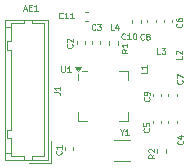
<source format=gbr>
%TF.GenerationSoftware,KiCad,Pcbnew,9.0.0*%
%TF.CreationDate,2025-03-18T12:57:55-04:00*%
%TF.ProjectId,Tarea_1_Modulo_NRF24L01,54617265-615f-4315-9f4d-6f64756c6f5f,rev?*%
%TF.SameCoordinates,Original*%
%TF.FileFunction,Legend,Top*%
%TF.FilePolarity,Positive*%
%FSLAX46Y46*%
G04 Gerber Fmt 4.6, Leading zero omitted, Abs format (unit mm)*
G04 Created by KiCad (PCBNEW 9.0.0) date 2025-03-18 12:57:55*
%MOMM*%
%LPD*%
G01*
G04 APERTURE LIST*
%ADD10C,0.125000*%
%ADD11C,0.120000*%
G04 APERTURE END LIST*
D10*
X147627190Y-67708333D02*
X147651000Y-67732142D01*
X147651000Y-67732142D02*
X147674809Y-67803571D01*
X147674809Y-67803571D02*
X147674809Y-67851190D01*
X147674809Y-67851190D02*
X147651000Y-67922618D01*
X147651000Y-67922618D02*
X147603380Y-67970237D01*
X147603380Y-67970237D02*
X147555761Y-67994047D01*
X147555761Y-67994047D02*
X147460523Y-68017856D01*
X147460523Y-68017856D02*
X147389095Y-68017856D01*
X147389095Y-68017856D02*
X147293857Y-67994047D01*
X147293857Y-67994047D02*
X147246238Y-67970237D01*
X147246238Y-67970237D02*
X147198619Y-67922618D01*
X147198619Y-67922618D02*
X147174809Y-67851190D01*
X147174809Y-67851190D02*
X147174809Y-67803571D01*
X147174809Y-67803571D02*
X147198619Y-67732142D01*
X147198619Y-67732142D02*
X147222428Y-67708333D01*
X147341476Y-67279761D02*
X147674809Y-67279761D01*
X147151000Y-67398809D02*
X147508142Y-67517856D01*
X147508142Y-67517856D02*
X147508142Y-67208333D01*
X144574809Y-61748333D02*
X144574809Y-61986428D01*
X144574809Y-61986428D02*
X144074809Y-61986428D01*
X144574809Y-61319761D02*
X144574809Y-61605475D01*
X144574809Y-61462618D02*
X144074809Y-61462618D01*
X144074809Y-61462618D02*
X144146238Y-61510237D01*
X144146238Y-61510237D02*
X144193857Y-61557856D01*
X144193857Y-61557856D02*
X144217666Y-61605475D01*
X136724809Y-63616666D02*
X137081952Y-63616666D01*
X137081952Y-63616666D02*
X137153380Y-63640475D01*
X137153380Y-63640475D02*
X137201000Y-63688094D01*
X137201000Y-63688094D02*
X137224809Y-63759523D01*
X137224809Y-63759523D02*
X137224809Y-63807142D01*
X137224809Y-63116666D02*
X137224809Y-63402380D01*
X137224809Y-63259523D02*
X136724809Y-63259523D01*
X136724809Y-63259523D02*
X136796238Y-63307142D01*
X136796238Y-63307142D02*
X136843857Y-63354761D01*
X136843857Y-63354761D02*
X136867666Y-63402380D01*
X147577190Y-62583333D02*
X147601000Y-62607142D01*
X147601000Y-62607142D02*
X147624809Y-62678571D01*
X147624809Y-62678571D02*
X147624809Y-62726190D01*
X147624809Y-62726190D02*
X147601000Y-62797618D01*
X147601000Y-62797618D02*
X147553380Y-62845237D01*
X147553380Y-62845237D02*
X147505761Y-62869047D01*
X147505761Y-62869047D02*
X147410523Y-62892856D01*
X147410523Y-62892856D02*
X147339095Y-62892856D01*
X147339095Y-62892856D02*
X147243857Y-62869047D01*
X147243857Y-62869047D02*
X147196238Y-62845237D01*
X147196238Y-62845237D02*
X147148619Y-62797618D01*
X147148619Y-62797618D02*
X147124809Y-62726190D01*
X147124809Y-62726190D02*
X147124809Y-62678571D01*
X147124809Y-62678571D02*
X147148619Y-62607142D01*
X147148619Y-62607142D02*
X147172428Y-62583333D01*
X147124809Y-62416666D02*
X147124809Y-62083333D01*
X147124809Y-62083333D02*
X147624809Y-62297618D01*
X144752190Y-66658333D02*
X144776000Y-66682142D01*
X144776000Y-66682142D02*
X144799809Y-66753571D01*
X144799809Y-66753571D02*
X144799809Y-66801190D01*
X144799809Y-66801190D02*
X144776000Y-66872618D01*
X144776000Y-66872618D02*
X144728380Y-66920237D01*
X144728380Y-66920237D02*
X144680761Y-66944047D01*
X144680761Y-66944047D02*
X144585523Y-66967856D01*
X144585523Y-66967856D02*
X144514095Y-66967856D01*
X144514095Y-66967856D02*
X144418857Y-66944047D01*
X144418857Y-66944047D02*
X144371238Y-66920237D01*
X144371238Y-66920237D02*
X144323619Y-66872618D01*
X144323619Y-66872618D02*
X144299809Y-66801190D01*
X144299809Y-66801190D02*
X144299809Y-66753571D01*
X144299809Y-66753571D02*
X144323619Y-66682142D01*
X144323619Y-66682142D02*
X144347428Y-66658333D01*
X144299809Y-66205952D02*
X144299809Y-66444047D01*
X144299809Y-66444047D02*
X144537904Y-66467856D01*
X144537904Y-66467856D02*
X144514095Y-66444047D01*
X144514095Y-66444047D02*
X144490285Y-66396428D01*
X144490285Y-66396428D02*
X144490285Y-66277380D01*
X144490285Y-66277380D02*
X144514095Y-66229761D01*
X144514095Y-66229761D02*
X144537904Y-66205952D01*
X144537904Y-66205952D02*
X144585523Y-66182142D01*
X144585523Y-66182142D02*
X144704571Y-66182142D01*
X144704571Y-66182142D02*
X144752190Y-66205952D01*
X144752190Y-66205952D02*
X144776000Y-66229761D01*
X144776000Y-66229761D02*
X144799809Y-66277380D01*
X144799809Y-66277380D02*
X144799809Y-66396428D01*
X144799809Y-66396428D02*
X144776000Y-66444047D01*
X144776000Y-66444047D02*
X144752190Y-66467856D01*
X137327190Y-68558333D02*
X137351000Y-68582142D01*
X137351000Y-68582142D02*
X137374809Y-68653571D01*
X137374809Y-68653571D02*
X137374809Y-68701190D01*
X137374809Y-68701190D02*
X137351000Y-68772618D01*
X137351000Y-68772618D02*
X137303380Y-68820237D01*
X137303380Y-68820237D02*
X137255761Y-68844047D01*
X137255761Y-68844047D02*
X137160523Y-68867856D01*
X137160523Y-68867856D02*
X137089095Y-68867856D01*
X137089095Y-68867856D02*
X136993857Y-68844047D01*
X136993857Y-68844047D02*
X136946238Y-68820237D01*
X136946238Y-68820237D02*
X136898619Y-68772618D01*
X136898619Y-68772618D02*
X136874809Y-68701190D01*
X136874809Y-68701190D02*
X136874809Y-68653571D01*
X136874809Y-68653571D02*
X136898619Y-68582142D01*
X136898619Y-68582142D02*
X136922428Y-68558333D01*
X137374809Y-68082142D02*
X137374809Y-68367856D01*
X137374809Y-68224999D02*
X136874809Y-68224999D01*
X136874809Y-68224999D02*
X136946238Y-68272618D01*
X136946238Y-68272618D02*
X136993857Y-68320237D01*
X136993857Y-68320237D02*
X137017666Y-68367856D01*
X142461905Y-66986714D02*
X142461905Y-67224809D01*
X142295239Y-66724809D02*
X142461905Y-66986714D01*
X142461905Y-66986714D02*
X142628572Y-66724809D01*
X143057143Y-67224809D02*
X142771429Y-67224809D01*
X142914286Y-67224809D02*
X142914286Y-66724809D01*
X142914286Y-66724809D02*
X142866667Y-66796238D01*
X142866667Y-66796238D02*
X142819048Y-66843857D01*
X142819048Y-66843857D02*
X142771429Y-66867666D01*
X144341666Y-59102190D02*
X144317857Y-59126000D01*
X144317857Y-59126000D02*
X144246428Y-59149809D01*
X144246428Y-59149809D02*
X144198809Y-59149809D01*
X144198809Y-59149809D02*
X144127381Y-59126000D01*
X144127381Y-59126000D02*
X144079762Y-59078380D01*
X144079762Y-59078380D02*
X144055952Y-59030761D01*
X144055952Y-59030761D02*
X144032143Y-58935523D01*
X144032143Y-58935523D02*
X144032143Y-58864095D01*
X144032143Y-58864095D02*
X144055952Y-58768857D01*
X144055952Y-58768857D02*
X144079762Y-58721238D01*
X144079762Y-58721238D02*
X144127381Y-58673619D01*
X144127381Y-58673619D02*
X144198809Y-58649809D01*
X144198809Y-58649809D02*
X144246428Y-58649809D01*
X144246428Y-58649809D02*
X144317857Y-58673619D01*
X144317857Y-58673619D02*
X144341666Y-58697428D01*
X144627381Y-58864095D02*
X144579762Y-58840285D01*
X144579762Y-58840285D02*
X144555952Y-58816476D01*
X144555952Y-58816476D02*
X144532143Y-58768857D01*
X144532143Y-58768857D02*
X144532143Y-58745047D01*
X144532143Y-58745047D02*
X144555952Y-58697428D01*
X144555952Y-58697428D02*
X144579762Y-58673619D01*
X144579762Y-58673619D02*
X144627381Y-58649809D01*
X144627381Y-58649809D02*
X144722619Y-58649809D01*
X144722619Y-58649809D02*
X144770238Y-58673619D01*
X144770238Y-58673619D02*
X144794047Y-58697428D01*
X144794047Y-58697428D02*
X144817857Y-58745047D01*
X144817857Y-58745047D02*
X144817857Y-58768857D01*
X144817857Y-58768857D02*
X144794047Y-58816476D01*
X144794047Y-58816476D02*
X144770238Y-58840285D01*
X144770238Y-58840285D02*
X144722619Y-58864095D01*
X144722619Y-58864095D02*
X144627381Y-58864095D01*
X144627381Y-58864095D02*
X144579762Y-58887904D01*
X144579762Y-58887904D02*
X144555952Y-58911714D01*
X144555952Y-58911714D02*
X144532143Y-58959333D01*
X144532143Y-58959333D02*
X144532143Y-59054571D01*
X144532143Y-59054571D02*
X144555952Y-59102190D01*
X144555952Y-59102190D02*
X144579762Y-59126000D01*
X144579762Y-59126000D02*
X144627381Y-59149809D01*
X144627381Y-59149809D02*
X144722619Y-59149809D01*
X144722619Y-59149809D02*
X144770238Y-59126000D01*
X144770238Y-59126000D02*
X144794047Y-59102190D01*
X144794047Y-59102190D02*
X144817857Y-59054571D01*
X144817857Y-59054571D02*
X144817857Y-58959333D01*
X144817857Y-58959333D02*
X144794047Y-58911714D01*
X144794047Y-58911714D02*
X144770238Y-58887904D01*
X144770238Y-58887904D02*
X144722619Y-58864095D01*
X145716666Y-60349809D02*
X145478571Y-60349809D01*
X145478571Y-60349809D02*
X145478571Y-59849809D01*
X145835714Y-59849809D02*
X146145238Y-59849809D01*
X146145238Y-59849809D02*
X145978571Y-60040285D01*
X145978571Y-60040285D02*
X146050000Y-60040285D01*
X146050000Y-60040285D02*
X146097619Y-60064095D01*
X146097619Y-60064095D02*
X146121428Y-60087904D01*
X146121428Y-60087904D02*
X146145238Y-60135523D01*
X146145238Y-60135523D02*
X146145238Y-60254571D01*
X146145238Y-60254571D02*
X146121428Y-60302190D01*
X146121428Y-60302190D02*
X146097619Y-60326000D01*
X146097619Y-60326000D02*
X146050000Y-60349809D01*
X146050000Y-60349809D02*
X145907143Y-60349809D01*
X145907143Y-60349809D02*
X145859524Y-60326000D01*
X145859524Y-60326000D02*
X145835714Y-60302190D01*
X137453571Y-57302190D02*
X137429762Y-57326000D01*
X137429762Y-57326000D02*
X137358333Y-57349809D01*
X137358333Y-57349809D02*
X137310714Y-57349809D01*
X137310714Y-57349809D02*
X137239286Y-57326000D01*
X137239286Y-57326000D02*
X137191667Y-57278380D01*
X137191667Y-57278380D02*
X137167857Y-57230761D01*
X137167857Y-57230761D02*
X137144048Y-57135523D01*
X137144048Y-57135523D02*
X137144048Y-57064095D01*
X137144048Y-57064095D02*
X137167857Y-56968857D01*
X137167857Y-56968857D02*
X137191667Y-56921238D01*
X137191667Y-56921238D02*
X137239286Y-56873619D01*
X137239286Y-56873619D02*
X137310714Y-56849809D01*
X137310714Y-56849809D02*
X137358333Y-56849809D01*
X137358333Y-56849809D02*
X137429762Y-56873619D01*
X137429762Y-56873619D02*
X137453571Y-56897428D01*
X137929762Y-57349809D02*
X137644048Y-57349809D01*
X137786905Y-57349809D02*
X137786905Y-56849809D01*
X137786905Y-56849809D02*
X137739286Y-56921238D01*
X137739286Y-56921238D02*
X137691667Y-56968857D01*
X137691667Y-56968857D02*
X137644048Y-56992666D01*
X138405952Y-57349809D02*
X138120238Y-57349809D01*
X138263095Y-57349809D02*
X138263095Y-56849809D01*
X138263095Y-56849809D02*
X138215476Y-56921238D01*
X138215476Y-56921238D02*
X138167857Y-56968857D01*
X138167857Y-56968857D02*
X138120238Y-56992666D01*
X140216666Y-58277190D02*
X140192857Y-58301000D01*
X140192857Y-58301000D02*
X140121428Y-58324809D01*
X140121428Y-58324809D02*
X140073809Y-58324809D01*
X140073809Y-58324809D02*
X140002381Y-58301000D01*
X140002381Y-58301000D02*
X139954762Y-58253380D01*
X139954762Y-58253380D02*
X139930952Y-58205761D01*
X139930952Y-58205761D02*
X139907143Y-58110523D01*
X139907143Y-58110523D02*
X139907143Y-58039095D01*
X139907143Y-58039095D02*
X139930952Y-57943857D01*
X139930952Y-57943857D02*
X139954762Y-57896238D01*
X139954762Y-57896238D02*
X140002381Y-57848619D01*
X140002381Y-57848619D02*
X140073809Y-57824809D01*
X140073809Y-57824809D02*
X140121428Y-57824809D01*
X140121428Y-57824809D02*
X140192857Y-57848619D01*
X140192857Y-57848619D02*
X140216666Y-57872428D01*
X140383333Y-57824809D02*
X140692857Y-57824809D01*
X140692857Y-57824809D02*
X140526190Y-58015285D01*
X140526190Y-58015285D02*
X140597619Y-58015285D01*
X140597619Y-58015285D02*
X140645238Y-58039095D01*
X140645238Y-58039095D02*
X140669047Y-58062904D01*
X140669047Y-58062904D02*
X140692857Y-58110523D01*
X140692857Y-58110523D02*
X140692857Y-58229571D01*
X140692857Y-58229571D02*
X140669047Y-58277190D01*
X140669047Y-58277190D02*
X140645238Y-58301000D01*
X140645238Y-58301000D02*
X140597619Y-58324809D01*
X140597619Y-58324809D02*
X140454762Y-58324809D01*
X140454762Y-58324809D02*
X140407143Y-58301000D01*
X140407143Y-58301000D02*
X140383333Y-58277190D01*
X141791666Y-58299809D02*
X141553571Y-58299809D01*
X141553571Y-58299809D02*
X141553571Y-57799809D01*
X142172619Y-57966476D02*
X142172619Y-58299809D01*
X142053571Y-57776000D02*
X141934524Y-58133142D01*
X141934524Y-58133142D02*
X142244047Y-58133142D01*
X134191667Y-56531952D02*
X134429762Y-56531952D01*
X134144048Y-56674809D02*
X134310714Y-56174809D01*
X134310714Y-56174809D02*
X134477381Y-56674809D01*
X134644047Y-56412904D02*
X134810714Y-56412904D01*
X134882142Y-56674809D02*
X134644047Y-56674809D01*
X134644047Y-56674809D02*
X134644047Y-56174809D01*
X134644047Y-56174809D02*
X134882142Y-56174809D01*
X135358333Y-56674809D02*
X135072619Y-56674809D01*
X135215476Y-56674809D02*
X135215476Y-56174809D01*
X135215476Y-56174809D02*
X135167857Y-56246238D01*
X135167857Y-56246238D02*
X135120238Y-56293857D01*
X135120238Y-56293857D02*
X135072619Y-56317666D01*
X138252190Y-59533333D02*
X138276000Y-59557142D01*
X138276000Y-59557142D02*
X138299809Y-59628571D01*
X138299809Y-59628571D02*
X138299809Y-59676190D01*
X138299809Y-59676190D02*
X138276000Y-59747618D01*
X138276000Y-59747618D02*
X138228380Y-59795237D01*
X138228380Y-59795237D02*
X138180761Y-59819047D01*
X138180761Y-59819047D02*
X138085523Y-59842856D01*
X138085523Y-59842856D02*
X138014095Y-59842856D01*
X138014095Y-59842856D02*
X137918857Y-59819047D01*
X137918857Y-59819047D02*
X137871238Y-59795237D01*
X137871238Y-59795237D02*
X137823619Y-59747618D01*
X137823619Y-59747618D02*
X137799809Y-59676190D01*
X137799809Y-59676190D02*
X137799809Y-59628571D01*
X137799809Y-59628571D02*
X137823619Y-59557142D01*
X137823619Y-59557142D02*
X137847428Y-59533333D01*
X137847428Y-59342856D02*
X137823619Y-59319047D01*
X137823619Y-59319047D02*
X137799809Y-59271428D01*
X137799809Y-59271428D02*
X137799809Y-59152380D01*
X137799809Y-59152380D02*
X137823619Y-59104761D01*
X137823619Y-59104761D02*
X137847428Y-59080952D01*
X137847428Y-59080952D02*
X137895047Y-59057142D01*
X137895047Y-59057142D02*
X137942666Y-59057142D01*
X137942666Y-59057142D02*
X138014095Y-59080952D01*
X138014095Y-59080952D02*
X138299809Y-59366666D01*
X138299809Y-59366666D02*
X138299809Y-59057142D01*
X147549809Y-60508333D02*
X147549809Y-60746428D01*
X147549809Y-60746428D02*
X147049809Y-60746428D01*
X147097428Y-60365475D02*
X147073619Y-60341666D01*
X147073619Y-60341666D02*
X147049809Y-60294047D01*
X147049809Y-60294047D02*
X147049809Y-60174999D01*
X147049809Y-60174999D02*
X147073619Y-60127380D01*
X147073619Y-60127380D02*
X147097428Y-60103571D01*
X147097428Y-60103571D02*
X147145047Y-60079761D01*
X147145047Y-60079761D02*
X147192666Y-60079761D01*
X147192666Y-60079761D02*
X147264095Y-60103571D01*
X147264095Y-60103571D02*
X147549809Y-60389285D01*
X147549809Y-60389285D02*
X147549809Y-60079761D01*
X137344047Y-61399809D02*
X137344047Y-61804571D01*
X137344047Y-61804571D02*
X137367857Y-61852190D01*
X137367857Y-61852190D02*
X137391666Y-61876000D01*
X137391666Y-61876000D02*
X137439285Y-61899809D01*
X137439285Y-61899809D02*
X137534523Y-61899809D01*
X137534523Y-61899809D02*
X137582142Y-61876000D01*
X137582142Y-61876000D02*
X137605952Y-61852190D01*
X137605952Y-61852190D02*
X137629761Y-61804571D01*
X137629761Y-61804571D02*
X137629761Y-61399809D01*
X138129762Y-61899809D02*
X137844048Y-61899809D01*
X137986905Y-61899809D02*
X137986905Y-61399809D01*
X137986905Y-61399809D02*
X137939286Y-61471238D01*
X137939286Y-61471238D02*
X137891667Y-61518857D01*
X137891667Y-61518857D02*
X137844048Y-61542666D01*
X144777190Y-64033333D02*
X144801000Y-64057142D01*
X144801000Y-64057142D02*
X144824809Y-64128571D01*
X144824809Y-64128571D02*
X144824809Y-64176190D01*
X144824809Y-64176190D02*
X144801000Y-64247618D01*
X144801000Y-64247618D02*
X144753380Y-64295237D01*
X144753380Y-64295237D02*
X144705761Y-64319047D01*
X144705761Y-64319047D02*
X144610523Y-64342856D01*
X144610523Y-64342856D02*
X144539095Y-64342856D01*
X144539095Y-64342856D02*
X144443857Y-64319047D01*
X144443857Y-64319047D02*
X144396238Y-64295237D01*
X144396238Y-64295237D02*
X144348619Y-64247618D01*
X144348619Y-64247618D02*
X144324809Y-64176190D01*
X144324809Y-64176190D02*
X144324809Y-64128571D01*
X144324809Y-64128571D02*
X144348619Y-64057142D01*
X144348619Y-64057142D02*
X144372428Y-64033333D01*
X144824809Y-63795237D02*
X144824809Y-63699999D01*
X144824809Y-63699999D02*
X144801000Y-63652380D01*
X144801000Y-63652380D02*
X144777190Y-63628571D01*
X144777190Y-63628571D02*
X144705761Y-63580952D01*
X144705761Y-63580952D02*
X144610523Y-63557142D01*
X144610523Y-63557142D02*
X144420047Y-63557142D01*
X144420047Y-63557142D02*
X144372428Y-63580952D01*
X144372428Y-63580952D02*
X144348619Y-63604761D01*
X144348619Y-63604761D02*
X144324809Y-63652380D01*
X144324809Y-63652380D02*
X144324809Y-63747618D01*
X144324809Y-63747618D02*
X144348619Y-63795237D01*
X144348619Y-63795237D02*
X144372428Y-63819047D01*
X144372428Y-63819047D02*
X144420047Y-63842856D01*
X144420047Y-63842856D02*
X144539095Y-63842856D01*
X144539095Y-63842856D02*
X144586714Y-63819047D01*
X144586714Y-63819047D02*
X144610523Y-63795237D01*
X144610523Y-63795237D02*
X144634333Y-63747618D01*
X144634333Y-63747618D02*
X144634333Y-63652380D01*
X144634333Y-63652380D02*
X144610523Y-63604761D01*
X144610523Y-63604761D02*
X144586714Y-63580952D01*
X144586714Y-63580952D02*
X144539095Y-63557142D01*
X142753571Y-59052190D02*
X142729762Y-59076000D01*
X142729762Y-59076000D02*
X142658333Y-59099809D01*
X142658333Y-59099809D02*
X142610714Y-59099809D01*
X142610714Y-59099809D02*
X142539286Y-59076000D01*
X142539286Y-59076000D02*
X142491667Y-59028380D01*
X142491667Y-59028380D02*
X142467857Y-58980761D01*
X142467857Y-58980761D02*
X142444048Y-58885523D01*
X142444048Y-58885523D02*
X142444048Y-58814095D01*
X142444048Y-58814095D02*
X142467857Y-58718857D01*
X142467857Y-58718857D02*
X142491667Y-58671238D01*
X142491667Y-58671238D02*
X142539286Y-58623619D01*
X142539286Y-58623619D02*
X142610714Y-58599809D01*
X142610714Y-58599809D02*
X142658333Y-58599809D01*
X142658333Y-58599809D02*
X142729762Y-58623619D01*
X142729762Y-58623619D02*
X142753571Y-58647428D01*
X143229762Y-59099809D02*
X142944048Y-59099809D01*
X143086905Y-59099809D02*
X143086905Y-58599809D01*
X143086905Y-58599809D02*
X143039286Y-58671238D01*
X143039286Y-58671238D02*
X142991667Y-58718857D01*
X142991667Y-58718857D02*
X142944048Y-58742666D01*
X143539285Y-58599809D02*
X143586904Y-58599809D01*
X143586904Y-58599809D02*
X143634523Y-58623619D01*
X143634523Y-58623619D02*
X143658333Y-58647428D01*
X143658333Y-58647428D02*
X143682142Y-58695047D01*
X143682142Y-58695047D02*
X143705952Y-58790285D01*
X143705952Y-58790285D02*
X143705952Y-58909333D01*
X143705952Y-58909333D02*
X143682142Y-59004571D01*
X143682142Y-59004571D02*
X143658333Y-59052190D01*
X143658333Y-59052190D02*
X143634523Y-59076000D01*
X143634523Y-59076000D02*
X143586904Y-59099809D01*
X143586904Y-59099809D02*
X143539285Y-59099809D01*
X143539285Y-59099809D02*
X143491666Y-59076000D01*
X143491666Y-59076000D02*
X143467857Y-59052190D01*
X143467857Y-59052190D02*
X143444047Y-59004571D01*
X143444047Y-59004571D02*
X143420238Y-58909333D01*
X143420238Y-58909333D02*
X143420238Y-58790285D01*
X143420238Y-58790285D02*
X143444047Y-58695047D01*
X143444047Y-58695047D02*
X143467857Y-58647428D01*
X143467857Y-58647428D02*
X143491666Y-58623619D01*
X143491666Y-58623619D02*
X143539285Y-58599809D01*
X145224809Y-68858333D02*
X144986714Y-69024999D01*
X145224809Y-69144047D02*
X144724809Y-69144047D01*
X144724809Y-69144047D02*
X144724809Y-68953571D01*
X144724809Y-68953571D02*
X144748619Y-68905952D01*
X144748619Y-68905952D02*
X144772428Y-68882142D01*
X144772428Y-68882142D02*
X144820047Y-68858333D01*
X144820047Y-68858333D02*
X144891476Y-68858333D01*
X144891476Y-68858333D02*
X144939095Y-68882142D01*
X144939095Y-68882142D02*
X144962904Y-68905952D01*
X144962904Y-68905952D02*
X144986714Y-68953571D01*
X144986714Y-68953571D02*
X144986714Y-69144047D01*
X144772428Y-68667856D02*
X144748619Y-68644047D01*
X144748619Y-68644047D02*
X144724809Y-68596428D01*
X144724809Y-68596428D02*
X144724809Y-68477380D01*
X144724809Y-68477380D02*
X144748619Y-68429761D01*
X144748619Y-68429761D02*
X144772428Y-68405952D01*
X144772428Y-68405952D02*
X144820047Y-68382142D01*
X144820047Y-68382142D02*
X144867666Y-68382142D01*
X144867666Y-68382142D02*
X144939095Y-68405952D01*
X144939095Y-68405952D02*
X145224809Y-68691666D01*
X145224809Y-68691666D02*
X145224809Y-68382142D01*
X147527190Y-57783333D02*
X147551000Y-57807142D01*
X147551000Y-57807142D02*
X147574809Y-57878571D01*
X147574809Y-57878571D02*
X147574809Y-57926190D01*
X147574809Y-57926190D02*
X147551000Y-57997618D01*
X147551000Y-57997618D02*
X147503380Y-58045237D01*
X147503380Y-58045237D02*
X147455761Y-58069047D01*
X147455761Y-58069047D02*
X147360523Y-58092856D01*
X147360523Y-58092856D02*
X147289095Y-58092856D01*
X147289095Y-58092856D02*
X147193857Y-58069047D01*
X147193857Y-58069047D02*
X147146238Y-58045237D01*
X147146238Y-58045237D02*
X147098619Y-57997618D01*
X147098619Y-57997618D02*
X147074809Y-57926190D01*
X147074809Y-57926190D02*
X147074809Y-57878571D01*
X147074809Y-57878571D02*
X147098619Y-57807142D01*
X147098619Y-57807142D02*
X147122428Y-57783333D01*
X147074809Y-57354761D02*
X147074809Y-57449999D01*
X147074809Y-57449999D02*
X147098619Y-57497618D01*
X147098619Y-57497618D02*
X147122428Y-57521428D01*
X147122428Y-57521428D02*
X147193857Y-57569047D01*
X147193857Y-57569047D02*
X147289095Y-57592856D01*
X147289095Y-57592856D02*
X147479571Y-57592856D01*
X147479571Y-57592856D02*
X147527190Y-57569047D01*
X147527190Y-57569047D02*
X147551000Y-57545237D01*
X147551000Y-57545237D02*
X147574809Y-57497618D01*
X147574809Y-57497618D02*
X147574809Y-57402380D01*
X147574809Y-57402380D02*
X147551000Y-57354761D01*
X147551000Y-57354761D02*
X147527190Y-57330952D01*
X147527190Y-57330952D02*
X147479571Y-57307142D01*
X147479571Y-57307142D02*
X147360523Y-57307142D01*
X147360523Y-57307142D02*
X147312904Y-57330952D01*
X147312904Y-57330952D02*
X147289095Y-57354761D01*
X147289095Y-57354761D02*
X147265285Y-57402380D01*
X147265285Y-57402380D02*
X147265285Y-57497618D01*
X147265285Y-57497618D02*
X147289095Y-57545237D01*
X147289095Y-57545237D02*
X147312904Y-57569047D01*
X147312904Y-57569047D02*
X147360523Y-57592856D01*
X142949809Y-59958333D02*
X142711714Y-60124999D01*
X142949809Y-60244047D02*
X142449809Y-60244047D01*
X142449809Y-60244047D02*
X142449809Y-60053571D01*
X142449809Y-60053571D02*
X142473619Y-60005952D01*
X142473619Y-60005952D02*
X142497428Y-59982142D01*
X142497428Y-59982142D02*
X142545047Y-59958333D01*
X142545047Y-59958333D02*
X142616476Y-59958333D01*
X142616476Y-59958333D02*
X142664095Y-59982142D01*
X142664095Y-59982142D02*
X142687904Y-60005952D01*
X142687904Y-60005952D02*
X142711714Y-60053571D01*
X142711714Y-60053571D02*
X142711714Y-60244047D01*
X142949809Y-59482142D02*
X142949809Y-59767856D01*
X142949809Y-59624999D02*
X142449809Y-59624999D01*
X142449809Y-59624999D02*
X142521238Y-59672618D01*
X142521238Y-59672618D02*
X142568857Y-59720237D01*
X142568857Y-59720237D02*
X142592666Y-59767856D01*
D11*
%TO.C,C4*%
X146390000Y-66237836D02*
X146390000Y-66022164D01*
X147110000Y-66237836D02*
X147110000Y-66022164D01*
%TO.C,J1*%
X132600000Y-57450000D02*
X132600000Y-69300000D01*
X132600000Y-69300000D02*
X136200000Y-69300000D01*
X132750000Y-59250000D02*
X133050000Y-59250000D01*
X132750000Y-60000000D02*
X132750000Y-59250000D01*
X132750000Y-66750000D02*
X133050000Y-66750000D01*
X132750000Y-67500000D02*
X132750000Y-66750000D01*
X133050000Y-57750000D02*
X133050000Y-58050000D01*
X133050000Y-58050000D02*
X132600000Y-58050000D01*
X133050000Y-59250000D02*
X133050000Y-58050000D01*
X133050000Y-60000000D02*
X132750000Y-60000000D01*
X133050000Y-66750000D02*
X133050000Y-60000000D01*
X133050000Y-67500000D02*
X132750000Y-67500000D01*
X133050000Y-68700000D02*
X132600000Y-68700000D01*
X133050000Y-68700000D02*
X133050000Y-67500000D01*
X133050000Y-69000000D02*
X133050000Y-68700000D01*
X134150000Y-57450000D02*
X134150000Y-57750000D01*
X134150000Y-57750000D02*
X133050000Y-57750000D01*
X134150000Y-69000000D02*
X133050000Y-69000000D01*
X134150000Y-69300000D02*
X134150000Y-69000000D01*
X134600000Y-69610000D02*
X136510000Y-69610000D01*
X134900000Y-57750000D02*
X134900000Y-57450000D01*
X134900000Y-69000000D02*
X135900000Y-69000000D01*
X134900000Y-69300000D02*
X134900000Y-69000000D01*
X135900000Y-57750000D02*
X134900000Y-57750000D01*
X135900000Y-69000000D02*
X135900000Y-57750000D01*
X136200000Y-57450000D02*
X132600000Y-57450000D01*
X136200000Y-69300000D02*
X136200000Y-57450000D01*
X136510000Y-69610000D02*
X136510000Y-67700000D01*
%TO.C,C7*%
X146390000Y-63937836D02*
X146390000Y-63722164D01*
X147110000Y-63937836D02*
X147110000Y-63722164D01*
%TO.C,C5*%
X145090000Y-66237836D02*
X145090000Y-66022164D01*
X145810000Y-66237836D02*
X145810000Y-66022164D01*
%TO.C,C1*%
X137640000Y-68272164D02*
X137640000Y-68487836D01*
X138360000Y-68272164D02*
X138360000Y-68487836D01*
%TO.C,Y1*%
X143175000Y-67675000D02*
X141825000Y-67675000D01*
X143175000Y-69425000D02*
X141825000Y-69425000D01*
%TO.C,C8*%
X144640000Y-57687836D02*
X144640000Y-57472164D01*
X145360000Y-57687836D02*
X145360000Y-57472164D01*
%TO.C,C11*%
X139607836Y-56840000D02*
X139392164Y-56840000D01*
X139607836Y-57560000D02*
X139392164Y-57560000D01*
%TO.C,C3*%
X139940000Y-59487836D02*
X139940000Y-59272164D01*
X140660000Y-59487836D02*
X140660000Y-59272164D01*
%TO.C,C2*%
X138640000Y-59487836D02*
X138640000Y-59272164D01*
X139360000Y-59487836D02*
X139360000Y-59272164D01*
%TO.C,U1*%
X138765000Y-62540000D02*
X138765000Y-62055000D01*
X138765000Y-66035000D02*
X138765000Y-65310000D01*
X139490000Y-61815000D02*
X139065000Y-61815000D01*
X139490000Y-66035000D02*
X138765000Y-66035000D01*
X142260000Y-61815000D02*
X142985000Y-61815000D01*
X142260000Y-66035000D02*
X142985000Y-66035000D01*
X142985000Y-61815000D02*
X142985000Y-62540000D01*
X142985000Y-66035000D02*
X142985000Y-65310000D01*
X138765000Y-61815000D02*
X138525000Y-61485000D01*
X139005000Y-61485000D01*
X138765000Y-61815000D01*
G36*
X138765000Y-61815000D02*
G01*
X138525000Y-61485000D01*
X139005000Y-61485000D01*
X138765000Y-61815000D01*
G37*
%TO.C,C9*%
X145090000Y-63937836D02*
X145090000Y-63722164D01*
X145810000Y-63937836D02*
X145810000Y-63722164D01*
%TO.C,C10*%
X143340000Y-57727836D02*
X143340000Y-57512164D01*
X144060000Y-57727836D02*
X144060000Y-57512164D01*
%TO.C,R2*%
X145470000Y-68713641D02*
X145470000Y-68406359D01*
X146230000Y-68713641D02*
X146230000Y-68406359D01*
%TO.C,C6*%
X146040000Y-57687836D02*
X146040000Y-57472164D01*
X146760000Y-57687836D02*
X146760000Y-57472164D01*
%TO.C,R1*%
X141420000Y-59563641D02*
X141420000Y-59256359D01*
X142180000Y-59563641D02*
X142180000Y-59256359D01*
%TD*%
M02*

</source>
